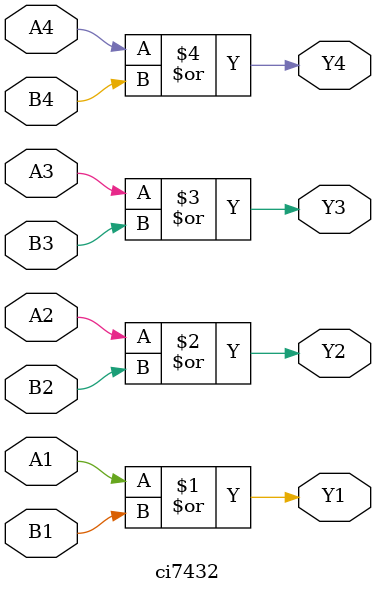
<source format=v>
module ci7432 (
	input A1, A2, A3, A4,
			B1, B2, B3, B4,
			
	output Y1, Y2, Y3, Y4);
	
	assign Y1 = A1 | B1;
	assign Y2 = A2 | B2;
	assign Y3 = A3 | B3;
	assign Y4 = A4 | B4;
	
endmodule 
</source>
